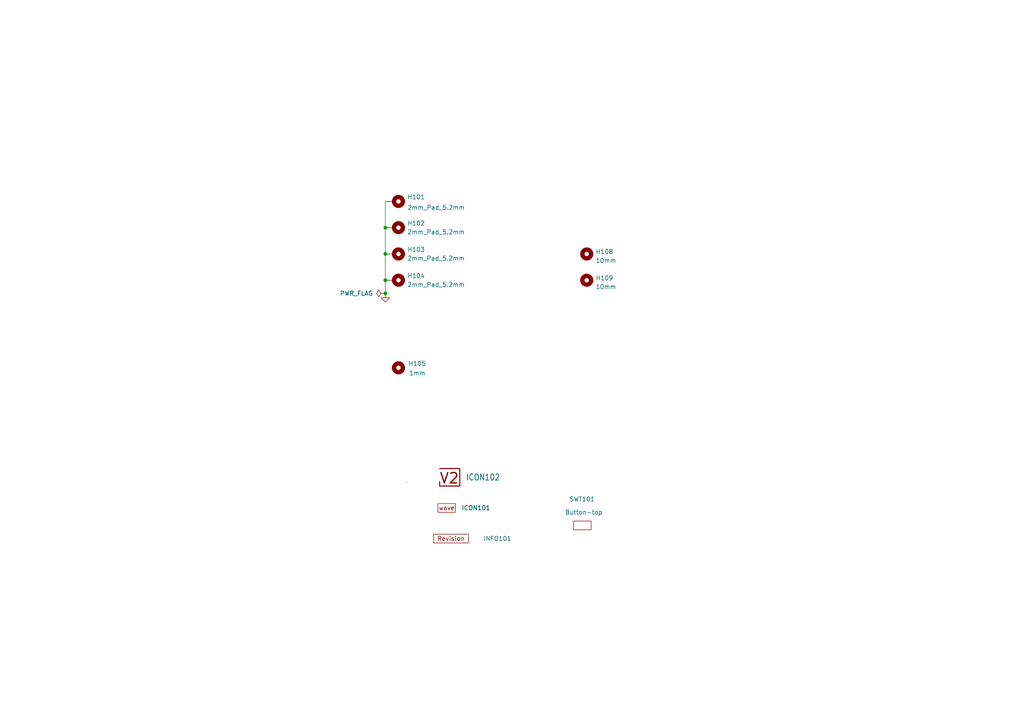
<source format=kicad_sch>
(kicad_sch (version 20250114) (generator "eeschema") (generator_version "9.0")
  (paper "A4")
  (title_block (title "V2 wave") (date "2026-02-13") (rev "2026-02-13") (company "Versio Duo") (comment 1 "Cover"))
  (lib_symbols
    (symbol "V2_Artwork:Board_wave" (in_bom no)
      (property "Reference" "ICON" (at 0 2.54 0))
      (symbol "Board_wave_0_0"
        (rectangle (start -11.43 7.62) (end -11.43 7.62))
        (rectangle (start 2.54 -1.27) (end -2.54 1.27))
      )
      (symbol "Board_wave_1_0"
        (text "wave" (at 0 0 0) (effects (font (size 1.27 1.27))))
      )
    )
    (symbol "V2_Artwork:V2-logo" (in_bom no)
      (property "Reference" "ICON" (at -3.302 3.81 0))
      (symbol "V2-logo_1_0"
        (polyline (pts (xy -3.302 2.54) (xy 2.54 2.54) (xy 2.54 -2.54) (xy -3.302 -2.54) (xy -3.302 -1.27)) (stroke (width 0.3)))
      )
      (symbol "V2-logo_1_1"
        (text "V2" (at -0.508 -0.254 0) (effects (font (size 3 3) (thickness 0.375))))
      )
    )
    (symbol "V2_Mechanical:MountingHole_10mm" (pin_names (offset 1.016)) (in_bom no)
      (property "Reference" "H" (at 0 5.08 0))
      (property "Value" "10mm" (at 0 3.175 0))
      (symbol "MountingHole_10mm_0_1"
        (circle (center 0 0) (radius 1.27) (stroke (width 1.27)))
      )
    )
    (symbol "V2_Mechanical:MountingHole_1mm" (pin_names (offset 1.016)) (in_bom no)
      (property "Reference" "H" (at 0 5.08 0))
      (property "Value" "1mm" (at 0 3.175 0))
      (symbol "MountingHole_1mm_0_1"
        (circle (center 0 0) (radius 1.27) (stroke (width 1.27)))
      )
    )
    (symbol "V2_Mechanical:MountingHole_2mm_Pad_5.2mm" (pin_numbers (hide yes)) (pin_names (offset 1.016) (hide yes)) (in_bom no)
      (property "Reference" "H" (at 0 6.35 0))
      (property "Value" "2mm_Pad_5.2mm" (at 0 4.445 0))
      (symbol "MountingHole_2mm_Pad_5.2mm_0_1"
        (circle (center 0 1.27) (radius 1.27) (stroke (width 1.27)))
      )
      (symbol "MountingHole_2mm_Pad_5.2mm_1_1"
        (pin input line (at 0 -2.54 90) (length 2.54) (name "1") (number "1"))
      )
    )
    (symbol "V2_PCB_Devices:Button-top" (in_bom no)
      (property "Reference" "SWT1" (at 3.81 1.2701 0))
      (property "Value" "Button-top" (at 3.81 -1.2699 0))
      (symbol "Button-top_0_1"
        (rectangle (start -2.54 1.27) (end 2.54 -1.27))
      )
    )
    (symbol "V2_Production:Revision" (in_bom no)
      (property "Reference" "INFO" (at 0 2.54 0))
      (symbol "Revision_0_1"
        (rectangle (start -5.08 1.27) (end 5.08 -1.27))
      )
      (symbol "Revision_1_1"
        (text "Revision" (at 0 0 0) (effects (font (size 1.27 1.27))))
      )
    )
    (symbol "V2_power:GND" (power) (pin_numbers (hide yes)) (pin_names (offset 0) (hide yes))
      (symbol "GND_0_1"
        (polyline (pts (xy 0 0) (xy 0 -1.27) (xy 1.27 -1.27) (xy 0 -2.54) (xy -1.27 -1.27) (xy 0 -1.27)))
      )
      (symbol "GND_1_1"
        (pin power_in line (at 0 0 270) (length 0) (name "~") (number "1"))
      )
    )
    (symbol "V2_power:PWR_FLAG" (power) (pin_numbers (hide yes)) (pin_names (offset 0) (hide yes))
      (property "Value" "PWR_FLAG" (at -8.89 0 0))
      (symbol "PWR_FLAG_0_0"
        (pin power_out line (at 0 0 180) (length 0) (name "~") (number "1"))
      )
      (symbol "PWR_FLAG_0_1"
        (polyline (pts (xy 0 0) (xy -1.27 0) (xy -1.905 -1.016) (xy -2.54 0) (xy -1.905 1.016) (xy -1.27 0)))
      )
    )
  )
  (junction (at 111.76 73.66))
  (junction (at 111.76 81.28))
  (junction (at 111.76 85.09))
  (junction (at 111.76 66.04))
  (wire (pts (xy 111.76 73.66) (xy 111.76 81.28)))
  (wire (pts (xy 111.76 58.42) (xy 111.76 66.04)))
  (wire (pts (xy 111.76 81.28) (xy 111.76 85.09)))
  (wire (pts (xy 111.76 66.04) (xy 111.76 73.66)))
  (symbol (lib_id "V2_power:GND") (at 111.76 85.09 0) (unit 1)
    (property "Reference" "#PWR0101" (effects (hide yes)))
    (property "Value" "GND" (effects (hide yes)))
  )
  (symbol (lib_id "V2_Mechanical:MountingHole_2mm_Pad_5.2mm") (at 114.3 66.04 270) (unit 1) (in_bom no)
    (property "Reference" "H102" (at 118.11 64.7699 90) (effects (justify left)))
    (property "Value" "2mm_Pad_5.2mm" (at 118.11 67.3099 90) (effects (justify left)))
    (property "Footprint" "V2_Mechanical:MountingHole_2mm_Pad_5.2mm" (effects (hide yes)))
    (property "Description" "Mounting Hole with connection" (effects (hide yes)))
  )
  (symbol (lib_id "V2_Artwork:Board_wave") (at 129.54 147.32 0) (unit 1) (in_bom no)
    (property "Reference" "ICON101" (at 133.858 147.32 0) (effects (justify left)))
    (property "Value" "Board_wave" (effects (hide yes)))
    (property "Footprint" "V2_Artwork:Board_wave_Small" (effects (hide yes)))
    (property "Sim.Enable" "0" (effects (hide yes)))
  )
  (symbol (lib_id "V2_Production:Revision") (at 130.81 156.21 0) (unit 1) (in_bom no)
    (property "Reference" "INFO101" (at 144.272 156.21 0))
    (property "Footprint" "V2_Production:Revision" (effects (hide yes)))
  )
  (symbol (lib_id "V2_Mechanical:MountingHole_10mm") (at 170.18 73.66 270) (unit 1) (in_bom no)
    (property "Reference" "H108" (at 172.72 73.025 90) (effects (justify left)))
    (property "Value" "10mm" (at 172.72 75.565 90) (effects (justify left)))
    (property "Footprint" "V2_Mechanical:MountingHole_10mm" (effects (hide yes)))
    (property "Description" "Mounting Hole without connection" (effects (hide yes)))
  )
  (symbol (lib_id "V2_PCB_Devices:Button-top") (at 168.91 152.4 0) (unit 1) (in_bom no)
    (property "Reference" "SWT101" (at 165.1 144.7799 0) (effects (justify left)))
    (property "Value" "Button-top" (at 163.83 148.5899 0) (effects (justify left)))
    (property "Footprint" "V2_PCB_Devices:PCB_Button-top" (effects (hide yes)))
    (property "Sim.Enable" "0" (effects (hide yes)))
  )
  (symbol (lib_id "V2_Mechanical:MountingHole_2mm_Pad_5.2mm") (at 114.3 81.28 270) (unit 1) (in_bom no)
    (property "Reference" "H104" (at 118.11 80.0099 90) (effects (justify left)))
    (property "Value" "2mm_Pad_5.2mm" (at 118.11 82.5499 90) (effects (justify left)))
    (property "Footprint" "V2_Mechanical:MountingHole_2mm_Pad_5.2mm" (effects (hide yes)))
    (property "Description" "Mounting Hole with connection" (effects (hide yes)))
  )
  (symbol (lib_id "V2_Mechanical:MountingHole_10mm") (at 170.18 81.28 270) (unit 1) (in_bom no)
    (property "Reference" "H109" (at 172.72 80.645 90) (effects (justify left)))
    (property "Value" "10mm" (at 172.72 83.185 90) (effects (justify left)))
    (property "Footprint" "V2_Mechanical:MountingHole_10mm" (effects (hide yes)))
    (property "Description" "Mounting Hole without connection" (effects (hide yes)))
  )
  (symbol (lib_id "V2_Mechanical:MountingHole_2mm_Pad_5.2mm") (at 114.3 58.42 270) (unit 1) (in_bom no)
    (property "Reference" "H101" (at 118.11 57.1499 90) (effects (justify left)))
    (property "Value" "2mm_Pad_5.2mm" (at 126.492 60.1979 90))
    (property "Footprint" "V2_Mechanical:MountingHole_2mm_Pad_5.2mm" (effects (hide yes)))
    (property "Description" "Mounting Hole with connection" (effects (hide yes)))
  )
  (symbol (lib_id "V2_power:PWR_FLAG") (at 111.76 85.09 0) (unit 1)
    (property "Reference" "#FLG0101" (effects (hide yes)))
    (property "Value" "PWR_FLAG" (at 103.378 85.09 0))
    (property "Description" "Special symbol for telling ERC where power comes from" (effects (hide yes)))
  )
  (symbol (lib_id "V2_Mechanical:MountingHole_1mm") (at 115.57 106.68 0) (unit 1) (in_bom no)
    (property "Reference" "H105" (at 118.4077 105.4569 0) (effects (justify left)))
    (property "Value" "1mm" (at 121.031 108.204 0))
    (property "Footprint" "V2_Mechanical:MountingHole_1mm" (effects (hide yes)))
    (property "Description" "Mounting Hole without connection" (effects (hide yes)))
  )
  (symbol (lib_id "V2_Artwork:V2-logo") (at 130.81 138.43 0) (unit 1) (in_bom no)
    (property "Reference" "ICON102" (at 140.081 138.43 0) (effects (font (size 1.778 1.5113))))
    (property "Value" "V2-logo" (effects (hide yes)))
    (property "Footprint" "V2_Artwork:Logo_Small" (effects (hide yes)))
  )
  (symbol (lib_id "V2_Mechanical:MountingHole_2mm_Pad_5.2mm") (at 114.3 73.66 270) (unit 1) (in_bom no)
    (property "Reference" "H103" (at 118.11 72.3899 90) (effects (justify left)))
    (property "Value" "2mm_Pad_5.2mm" (at 118.11 74.9299 90) (effects (justify left)))
    (property "Footprint" "V2_Mechanical:MountingHole_2mm_Pad_5.2mm" (effects (hide yes)))
    (property "Description" "Mounting Hole with connection" (effects (hide yes)))
  )
)
</source>
